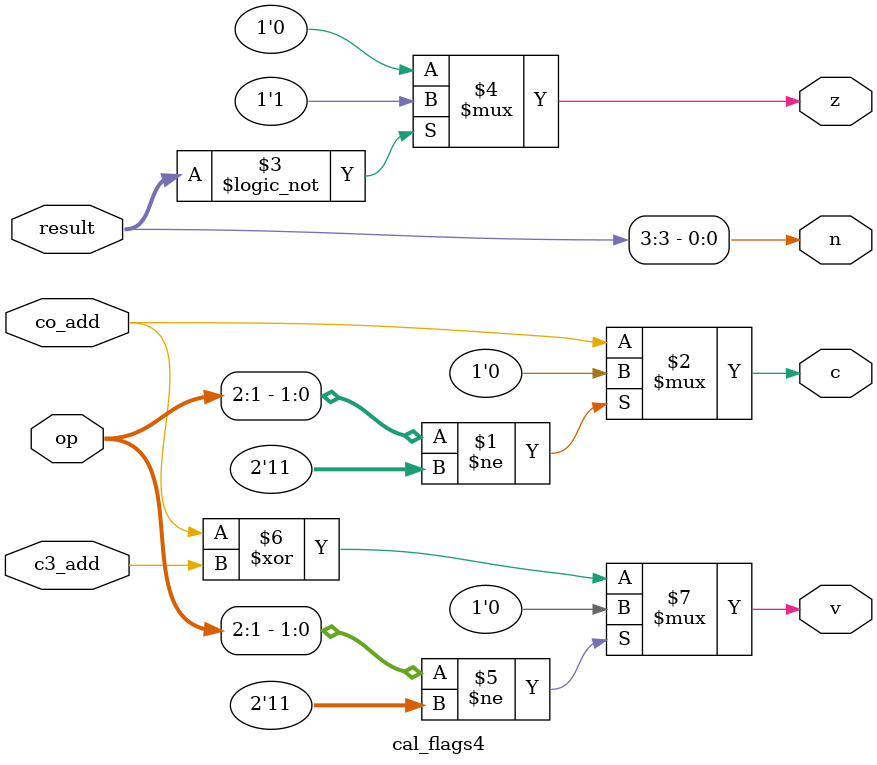
<source format=v>
module cal_flags4(op, result, co_add, c3_add, c, n, z, v);
	input [2:0] op; //operater 3-bit opcode
	input [3:0] result; //result of operation
	input co_add, c3_add; //result of cla

	output c, n, z, v; //carry, negative, zero, overflow

	assign c = (op[2:1] != 2'b11) ? 1'b0 : co_add; //if op[2:1] is not 11 -> c = 0 / is  11 -> c = co_add
	assign n = result[3]; //n is Sign bit of Result
	assign z = (result == 4'b0) ? 1'b1 : 1'b0; //if result is 0000 -> Zero / is not 0000 -> Not Zero
	assign v = (op[2:1] != 2'b11) ? 1'b0 : co_add ^ c3_add; // if op[2:1] is not 11 -> V = 0 / is 11 -> V = co_add xor c3_add

endmodule

</source>
